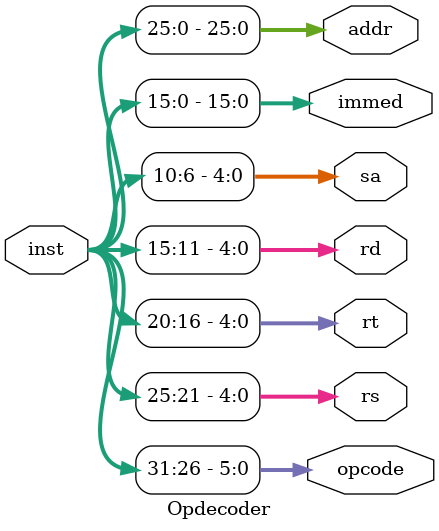
<source format=v>
`timescale 1ns / 1ps


module Opdecoder(
    input [31:0] inst,
    output wire [5:0] opcode,
    output wire [4:0] rs,
    output wire [4:0] rt,
    output wire [4:0] rd,
    output wire [4:0] sa,
    output wire [15:0] immed,
    output wire [25:0] addr
    );

    assign opcode = inst[31:26];
    assign rs = inst[25:21];
    assign rt = inst[20:16];
    assign rd = inst[15:11];
    assign sa = inst[10:6];
    assign immed = inst[15:0];
    assign addr = inst[25:0];
endmodule

</source>
